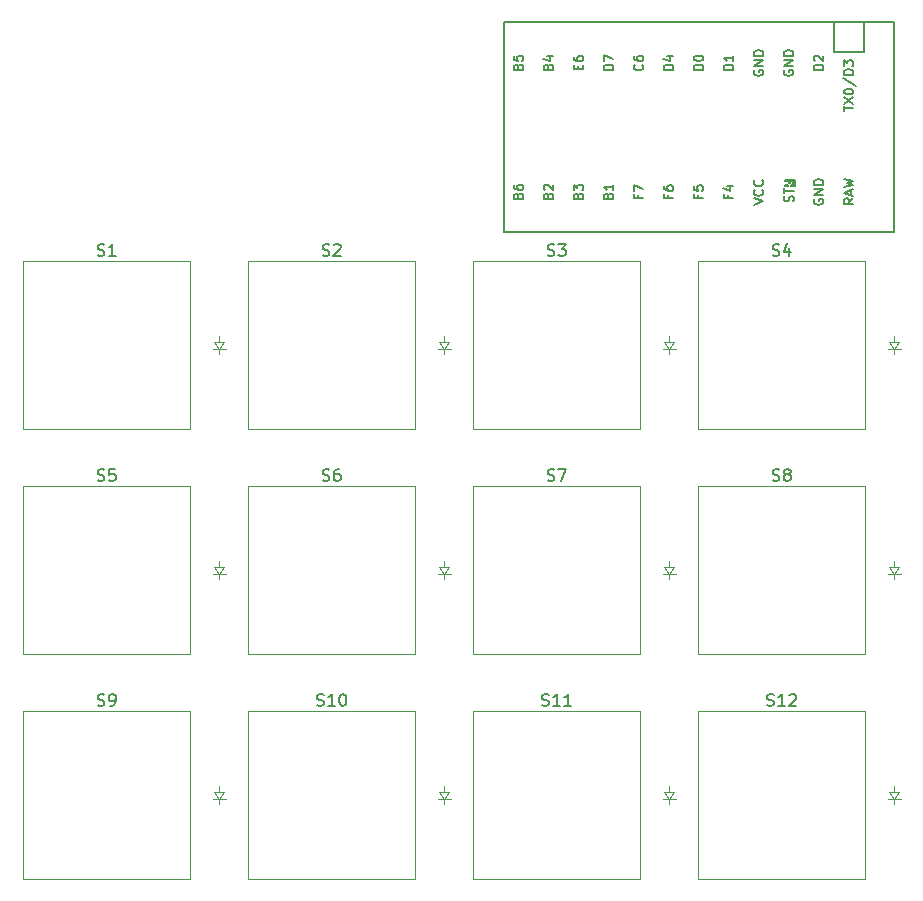
<source format=gto>
G04 #@! TF.GenerationSoftware,KiCad,Pcbnew,8.0.8*
G04 #@! TF.CreationDate,2025-02-10T09:22:13+01:00*
G04 #@! TF.ProjectId,better,62657474-6572-42e6-9b69-6361645f7063,rev?*
G04 #@! TF.SameCoordinates,Original*
G04 #@! TF.FileFunction,Legend,Top*
G04 #@! TF.FilePolarity,Positive*
%FSLAX46Y46*%
G04 Gerber Fmt 4.6, Leading zero omitted, Abs format (unit mm)*
G04 Created by KiCad (PCBNEW 8.0.8) date 2025-02-10 09:22:13*
%MOMM*%
%LPD*%
G01*
G04 APERTURE LIST*
%ADD10C,0.150000*%
%ADD11C,0.100000*%
%ADD12C,0.120000*%
%ADD13C,0.200000*%
%ADD14R,1.752600X1.752600*%
%ADD15C,1.752600*%
%ADD16R,1.600000X1.600000*%
%ADD17O,1.600000X1.600000*%
%ADD18C,1.750000*%
%ADD19C,4.000000*%
%ADD20C,2.500000*%
%ADD21R,2.000000X2.000000*%
%ADD22C,2.000000*%
%ADD23R,3.200000X2.000000*%
G04 APERTURE END LIST*
D10*
X200148095Y-52097200D02*
X200290952Y-52144819D01*
X200290952Y-52144819D02*
X200529047Y-52144819D01*
X200529047Y-52144819D02*
X200624285Y-52097200D01*
X200624285Y-52097200D02*
X200671904Y-52049580D01*
X200671904Y-52049580D02*
X200719523Y-51954342D01*
X200719523Y-51954342D02*
X200719523Y-51859104D01*
X200719523Y-51859104D02*
X200671904Y-51763866D01*
X200671904Y-51763866D02*
X200624285Y-51716247D01*
X200624285Y-51716247D02*
X200529047Y-51668628D01*
X200529047Y-51668628D02*
X200338571Y-51621009D01*
X200338571Y-51621009D02*
X200243333Y-51573390D01*
X200243333Y-51573390D02*
X200195714Y-51525771D01*
X200195714Y-51525771D02*
X200148095Y-51430533D01*
X200148095Y-51430533D02*
X200148095Y-51335295D01*
X200148095Y-51335295D02*
X200195714Y-51240057D01*
X200195714Y-51240057D02*
X200243333Y-51192438D01*
X200243333Y-51192438D02*
X200338571Y-51144819D01*
X200338571Y-51144819D02*
X200576666Y-51144819D01*
X200576666Y-51144819D02*
X200719523Y-51192438D01*
X201576666Y-51478152D02*
X201576666Y-52144819D01*
X201338571Y-51097200D02*
X201100476Y-51811485D01*
X201100476Y-51811485D02*
X201719523Y-51811485D01*
X183708247Y-47059809D02*
X183746342Y-46945523D01*
X183746342Y-46945523D02*
X183784438Y-46907428D01*
X183784438Y-46907428D02*
X183860628Y-46869332D01*
X183860628Y-46869332D02*
X183974914Y-46869332D01*
X183974914Y-46869332D02*
X184051104Y-46907428D01*
X184051104Y-46907428D02*
X184089200Y-46945523D01*
X184089200Y-46945523D02*
X184127295Y-47021713D01*
X184127295Y-47021713D02*
X184127295Y-47326475D01*
X184127295Y-47326475D02*
X183327295Y-47326475D01*
X183327295Y-47326475D02*
X183327295Y-47059809D01*
X183327295Y-47059809D02*
X183365390Y-46983618D01*
X183365390Y-46983618D02*
X183403485Y-46945523D01*
X183403485Y-46945523D02*
X183479676Y-46907428D01*
X183479676Y-46907428D02*
X183555866Y-46907428D01*
X183555866Y-46907428D02*
X183632057Y-46945523D01*
X183632057Y-46945523D02*
X183670152Y-46983618D01*
X183670152Y-46983618D02*
X183708247Y-47059809D01*
X183708247Y-47059809D02*
X183708247Y-47326475D01*
X183327295Y-46602666D02*
X183327295Y-46107428D01*
X183327295Y-46107428D02*
X183632057Y-46374094D01*
X183632057Y-46374094D02*
X183632057Y-46259809D01*
X183632057Y-46259809D02*
X183670152Y-46183618D01*
X183670152Y-46183618D02*
X183708247Y-46145523D01*
X183708247Y-46145523D02*
X183784438Y-46107428D01*
X183784438Y-46107428D02*
X183974914Y-46107428D01*
X183974914Y-46107428D02*
X184051104Y-46145523D01*
X184051104Y-46145523D02*
X184089200Y-46183618D01*
X184089200Y-46183618D02*
X184127295Y-46259809D01*
X184127295Y-46259809D02*
X184127295Y-46488380D01*
X184127295Y-46488380D02*
X184089200Y-46564571D01*
X184089200Y-46564571D02*
X184051104Y-46602666D01*
X193868247Y-47002666D02*
X193868247Y-47269332D01*
X194287295Y-47269332D02*
X193487295Y-47269332D01*
X193487295Y-47269332D02*
X193487295Y-46888380D01*
X193487295Y-46202666D02*
X193487295Y-46583618D01*
X193487295Y-46583618D02*
X193868247Y-46621714D01*
X193868247Y-46621714D02*
X193830152Y-46583618D01*
X193830152Y-46583618D02*
X193792057Y-46507428D01*
X193792057Y-46507428D02*
X193792057Y-46316952D01*
X193792057Y-46316952D02*
X193830152Y-46240761D01*
X193830152Y-46240761D02*
X193868247Y-46202666D01*
X193868247Y-46202666D02*
X193944438Y-46164571D01*
X193944438Y-46164571D02*
X194134914Y-46164571D01*
X194134914Y-46164571D02*
X194211104Y-46202666D01*
X194211104Y-46202666D02*
X194249200Y-46240761D01*
X194249200Y-46240761D02*
X194287295Y-46316952D01*
X194287295Y-46316952D02*
X194287295Y-46507428D01*
X194287295Y-46507428D02*
X194249200Y-46583618D01*
X194249200Y-46583618D02*
X194211104Y-46621714D01*
X181168247Y-36137809D02*
X181206342Y-36023523D01*
X181206342Y-36023523D02*
X181244438Y-35985428D01*
X181244438Y-35985428D02*
X181320628Y-35947332D01*
X181320628Y-35947332D02*
X181434914Y-35947332D01*
X181434914Y-35947332D02*
X181511104Y-35985428D01*
X181511104Y-35985428D02*
X181549200Y-36023523D01*
X181549200Y-36023523D02*
X181587295Y-36099713D01*
X181587295Y-36099713D02*
X181587295Y-36404475D01*
X181587295Y-36404475D02*
X180787295Y-36404475D01*
X180787295Y-36404475D02*
X180787295Y-36137809D01*
X180787295Y-36137809D02*
X180825390Y-36061618D01*
X180825390Y-36061618D02*
X180863485Y-36023523D01*
X180863485Y-36023523D02*
X180939676Y-35985428D01*
X180939676Y-35985428D02*
X181015866Y-35985428D01*
X181015866Y-35985428D02*
X181092057Y-36023523D01*
X181092057Y-36023523D02*
X181130152Y-36061618D01*
X181130152Y-36061618D02*
X181168247Y-36137809D01*
X181168247Y-36137809D02*
X181168247Y-36404475D01*
X181053961Y-35261618D02*
X181587295Y-35261618D01*
X180749200Y-35452094D02*
X181320628Y-35642571D01*
X181320628Y-35642571D02*
X181320628Y-35147332D01*
X178628247Y-36137809D02*
X178666342Y-36023523D01*
X178666342Y-36023523D02*
X178704438Y-35985428D01*
X178704438Y-35985428D02*
X178780628Y-35947332D01*
X178780628Y-35947332D02*
X178894914Y-35947332D01*
X178894914Y-35947332D02*
X178971104Y-35985428D01*
X178971104Y-35985428D02*
X179009200Y-36023523D01*
X179009200Y-36023523D02*
X179047295Y-36099713D01*
X179047295Y-36099713D02*
X179047295Y-36404475D01*
X179047295Y-36404475D02*
X178247295Y-36404475D01*
X178247295Y-36404475D02*
X178247295Y-36137809D01*
X178247295Y-36137809D02*
X178285390Y-36061618D01*
X178285390Y-36061618D02*
X178323485Y-36023523D01*
X178323485Y-36023523D02*
X178399676Y-35985428D01*
X178399676Y-35985428D02*
X178475866Y-35985428D01*
X178475866Y-35985428D02*
X178552057Y-36023523D01*
X178552057Y-36023523D02*
X178590152Y-36061618D01*
X178590152Y-36061618D02*
X178628247Y-36137809D01*
X178628247Y-36137809D02*
X178628247Y-36404475D01*
X178247295Y-35223523D02*
X178247295Y-35604475D01*
X178247295Y-35604475D02*
X178628247Y-35642571D01*
X178628247Y-35642571D02*
X178590152Y-35604475D01*
X178590152Y-35604475D02*
X178552057Y-35528285D01*
X178552057Y-35528285D02*
X178552057Y-35337809D01*
X178552057Y-35337809D02*
X178590152Y-35261618D01*
X178590152Y-35261618D02*
X178628247Y-35223523D01*
X178628247Y-35223523D02*
X178704438Y-35185428D01*
X178704438Y-35185428D02*
X178894914Y-35185428D01*
X178894914Y-35185428D02*
X178971104Y-35223523D01*
X178971104Y-35223523D02*
X179009200Y-35261618D01*
X179009200Y-35261618D02*
X179047295Y-35337809D01*
X179047295Y-35337809D02*
X179047295Y-35528285D01*
X179047295Y-35528285D02*
X179009200Y-35604475D01*
X179009200Y-35604475D02*
X178971104Y-35642571D01*
X189131104Y-35947332D02*
X189169200Y-35985428D01*
X189169200Y-35985428D02*
X189207295Y-36099713D01*
X189207295Y-36099713D02*
X189207295Y-36175904D01*
X189207295Y-36175904D02*
X189169200Y-36290190D01*
X189169200Y-36290190D02*
X189093009Y-36366380D01*
X189093009Y-36366380D02*
X189016819Y-36404475D01*
X189016819Y-36404475D02*
X188864438Y-36442571D01*
X188864438Y-36442571D02*
X188750152Y-36442571D01*
X188750152Y-36442571D02*
X188597771Y-36404475D01*
X188597771Y-36404475D02*
X188521580Y-36366380D01*
X188521580Y-36366380D02*
X188445390Y-36290190D01*
X188445390Y-36290190D02*
X188407295Y-36175904D01*
X188407295Y-36175904D02*
X188407295Y-36099713D01*
X188407295Y-36099713D02*
X188445390Y-35985428D01*
X188445390Y-35985428D02*
X188483485Y-35947332D01*
X188407295Y-35261618D02*
X188407295Y-35413999D01*
X188407295Y-35413999D02*
X188445390Y-35490190D01*
X188445390Y-35490190D02*
X188483485Y-35528285D01*
X188483485Y-35528285D02*
X188597771Y-35604475D01*
X188597771Y-35604475D02*
X188750152Y-35642571D01*
X188750152Y-35642571D02*
X189054914Y-35642571D01*
X189054914Y-35642571D02*
X189131104Y-35604475D01*
X189131104Y-35604475D02*
X189169200Y-35566380D01*
X189169200Y-35566380D02*
X189207295Y-35490190D01*
X189207295Y-35490190D02*
X189207295Y-35337809D01*
X189207295Y-35337809D02*
X189169200Y-35261618D01*
X189169200Y-35261618D02*
X189131104Y-35223523D01*
X189131104Y-35223523D02*
X189054914Y-35185428D01*
X189054914Y-35185428D02*
X188864438Y-35185428D01*
X188864438Y-35185428D02*
X188788247Y-35223523D01*
X188788247Y-35223523D02*
X188750152Y-35261618D01*
X188750152Y-35261618D02*
X188712057Y-35337809D01*
X188712057Y-35337809D02*
X188712057Y-35490190D01*
X188712057Y-35490190D02*
X188750152Y-35566380D01*
X188750152Y-35566380D02*
X188788247Y-35604475D01*
X188788247Y-35604475D02*
X188864438Y-35642571D01*
X194287295Y-36404475D02*
X193487295Y-36404475D01*
X193487295Y-36404475D02*
X193487295Y-36213999D01*
X193487295Y-36213999D02*
X193525390Y-36099713D01*
X193525390Y-36099713D02*
X193601580Y-36023523D01*
X193601580Y-36023523D02*
X193677771Y-35985428D01*
X193677771Y-35985428D02*
X193830152Y-35947332D01*
X193830152Y-35947332D02*
X193944438Y-35947332D01*
X193944438Y-35947332D02*
X194096819Y-35985428D01*
X194096819Y-35985428D02*
X194173009Y-36023523D01*
X194173009Y-36023523D02*
X194249200Y-36099713D01*
X194249200Y-36099713D02*
X194287295Y-36213999D01*
X194287295Y-36213999D02*
X194287295Y-36404475D01*
X193487295Y-35452094D02*
X193487295Y-35375904D01*
X193487295Y-35375904D02*
X193525390Y-35299713D01*
X193525390Y-35299713D02*
X193563485Y-35261618D01*
X193563485Y-35261618D02*
X193639676Y-35223523D01*
X193639676Y-35223523D02*
X193792057Y-35185428D01*
X193792057Y-35185428D02*
X193982533Y-35185428D01*
X193982533Y-35185428D02*
X194134914Y-35223523D01*
X194134914Y-35223523D02*
X194211104Y-35261618D01*
X194211104Y-35261618D02*
X194249200Y-35299713D01*
X194249200Y-35299713D02*
X194287295Y-35375904D01*
X194287295Y-35375904D02*
X194287295Y-35452094D01*
X194287295Y-35452094D02*
X194249200Y-35528285D01*
X194249200Y-35528285D02*
X194211104Y-35566380D01*
X194211104Y-35566380D02*
X194134914Y-35604475D01*
X194134914Y-35604475D02*
X193982533Y-35642571D01*
X193982533Y-35642571D02*
X193792057Y-35642571D01*
X193792057Y-35642571D02*
X193639676Y-35604475D01*
X193639676Y-35604475D02*
X193563485Y-35566380D01*
X193563485Y-35566380D02*
X193525390Y-35528285D01*
X193525390Y-35528285D02*
X193487295Y-35452094D01*
X191747295Y-36404475D02*
X190947295Y-36404475D01*
X190947295Y-36404475D02*
X190947295Y-36213999D01*
X190947295Y-36213999D02*
X190985390Y-36099713D01*
X190985390Y-36099713D02*
X191061580Y-36023523D01*
X191061580Y-36023523D02*
X191137771Y-35985428D01*
X191137771Y-35985428D02*
X191290152Y-35947332D01*
X191290152Y-35947332D02*
X191404438Y-35947332D01*
X191404438Y-35947332D02*
X191556819Y-35985428D01*
X191556819Y-35985428D02*
X191633009Y-36023523D01*
X191633009Y-36023523D02*
X191709200Y-36099713D01*
X191709200Y-36099713D02*
X191747295Y-36213999D01*
X191747295Y-36213999D02*
X191747295Y-36404475D01*
X191213961Y-35261618D02*
X191747295Y-35261618D01*
X190909200Y-35452094D02*
X191480628Y-35642571D01*
X191480628Y-35642571D02*
X191480628Y-35147332D01*
X204447295Y-36404475D02*
X203647295Y-36404475D01*
X203647295Y-36404475D02*
X203647295Y-36213999D01*
X203647295Y-36213999D02*
X203685390Y-36099713D01*
X203685390Y-36099713D02*
X203761580Y-36023523D01*
X203761580Y-36023523D02*
X203837771Y-35985428D01*
X203837771Y-35985428D02*
X203990152Y-35947332D01*
X203990152Y-35947332D02*
X204104438Y-35947332D01*
X204104438Y-35947332D02*
X204256819Y-35985428D01*
X204256819Y-35985428D02*
X204333009Y-36023523D01*
X204333009Y-36023523D02*
X204409200Y-36099713D01*
X204409200Y-36099713D02*
X204447295Y-36213999D01*
X204447295Y-36213999D02*
X204447295Y-36404475D01*
X203723485Y-35642571D02*
X203685390Y-35604475D01*
X203685390Y-35604475D02*
X203647295Y-35528285D01*
X203647295Y-35528285D02*
X203647295Y-35337809D01*
X203647295Y-35337809D02*
X203685390Y-35261618D01*
X203685390Y-35261618D02*
X203723485Y-35223523D01*
X203723485Y-35223523D02*
X203799676Y-35185428D01*
X203799676Y-35185428D02*
X203875866Y-35185428D01*
X203875866Y-35185428D02*
X203990152Y-35223523D01*
X203990152Y-35223523D02*
X204447295Y-35680666D01*
X204447295Y-35680666D02*
X204447295Y-35185428D01*
X203685390Y-47345523D02*
X203647295Y-47421713D01*
X203647295Y-47421713D02*
X203647295Y-47535999D01*
X203647295Y-47535999D02*
X203685390Y-47650285D01*
X203685390Y-47650285D02*
X203761580Y-47726475D01*
X203761580Y-47726475D02*
X203837771Y-47764570D01*
X203837771Y-47764570D02*
X203990152Y-47802666D01*
X203990152Y-47802666D02*
X204104438Y-47802666D01*
X204104438Y-47802666D02*
X204256819Y-47764570D01*
X204256819Y-47764570D02*
X204333009Y-47726475D01*
X204333009Y-47726475D02*
X204409200Y-47650285D01*
X204409200Y-47650285D02*
X204447295Y-47535999D01*
X204447295Y-47535999D02*
X204447295Y-47459808D01*
X204447295Y-47459808D02*
X204409200Y-47345523D01*
X204409200Y-47345523D02*
X204371104Y-47307427D01*
X204371104Y-47307427D02*
X204104438Y-47307427D01*
X204104438Y-47307427D02*
X204104438Y-47459808D01*
X204447295Y-46964570D02*
X203647295Y-46964570D01*
X203647295Y-46964570D02*
X204447295Y-46507427D01*
X204447295Y-46507427D02*
X203647295Y-46507427D01*
X204447295Y-46126475D02*
X203647295Y-46126475D01*
X203647295Y-46126475D02*
X203647295Y-45935999D01*
X203647295Y-45935999D02*
X203685390Y-45821713D01*
X203685390Y-45821713D02*
X203761580Y-45745523D01*
X203761580Y-45745523D02*
X203837771Y-45707428D01*
X203837771Y-45707428D02*
X203990152Y-45669332D01*
X203990152Y-45669332D02*
X204104438Y-45669332D01*
X204104438Y-45669332D02*
X204256819Y-45707428D01*
X204256819Y-45707428D02*
X204333009Y-45745523D01*
X204333009Y-45745523D02*
X204409200Y-45821713D01*
X204409200Y-45821713D02*
X204447295Y-45935999D01*
X204447295Y-45935999D02*
X204447295Y-46126475D01*
X178628247Y-47059809D02*
X178666342Y-46945523D01*
X178666342Y-46945523D02*
X178704438Y-46907428D01*
X178704438Y-46907428D02*
X178780628Y-46869332D01*
X178780628Y-46869332D02*
X178894914Y-46869332D01*
X178894914Y-46869332D02*
X178971104Y-46907428D01*
X178971104Y-46907428D02*
X179009200Y-46945523D01*
X179009200Y-46945523D02*
X179047295Y-47021713D01*
X179047295Y-47021713D02*
X179047295Y-47326475D01*
X179047295Y-47326475D02*
X178247295Y-47326475D01*
X178247295Y-47326475D02*
X178247295Y-47059809D01*
X178247295Y-47059809D02*
X178285390Y-46983618D01*
X178285390Y-46983618D02*
X178323485Y-46945523D01*
X178323485Y-46945523D02*
X178399676Y-46907428D01*
X178399676Y-46907428D02*
X178475866Y-46907428D01*
X178475866Y-46907428D02*
X178552057Y-46945523D01*
X178552057Y-46945523D02*
X178590152Y-46983618D01*
X178590152Y-46983618D02*
X178628247Y-47059809D01*
X178628247Y-47059809D02*
X178628247Y-47326475D01*
X178247295Y-46183618D02*
X178247295Y-46335999D01*
X178247295Y-46335999D02*
X178285390Y-46412190D01*
X178285390Y-46412190D02*
X178323485Y-46450285D01*
X178323485Y-46450285D02*
X178437771Y-46526475D01*
X178437771Y-46526475D02*
X178590152Y-46564571D01*
X178590152Y-46564571D02*
X178894914Y-46564571D01*
X178894914Y-46564571D02*
X178971104Y-46526475D01*
X178971104Y-46526475D02*
X179009200Y-46488380D01*
X179009200Y-46488380D02*
X179047295Y-46412190D01*
X179047295Y-46412190D02*
X179047295Y-46259809D01*
X179047295Y-46259809D02*
X179009200Y-46183618D01*
X179009200Y-46183618D02*
X178971104Y-46145523D01*
X178971104Y-46145523D02*
X178894914Y-46107428D01*
X178894914Y-46107428D02*
X178704438Y-46107428D01*
X178704438Y-46107428D02*
X178628247Y-46145523D01*
X178628247Y-46145523D02*
X178590152Y-46183618D01*
X178590152Y-46183618D02*
X178552057Y-46259809D01*
X178552057Y-46259809D02*
X178552057Y-46412190D01*
X178552057Y-46412190D02*
X178590152Y-46488380D01*
X178590152Y-46488380D02*
X178628247Y-46526475D01*
X178628247Y-46526475D02*
X178704438Y-46564571D01*
X206987295Y-47288380D02*
X206606342Y-47555047D01*
X206987295Y-47745523D02*
X206187295Y-47745523D01*
X206187295Y-47745523D02*
X206187295Y-47440761D01*
X206187295Y-47440761D02*
X206225390Y-47364571D01*
X206225390Y-47364571D02*
X206263485Y-47326476D01*
X206263485Y-47326476D02*
X206339676Y-47288380D01*
X206339676Y-47288380D02*
X206453961Y-47288380D01*
X206453961Y-47288380D02*
X206530152Y-47326476D01*
X206530152Y-47326476D02*
X206568247Y-47364571D01*
X206568247Y-47364571D02*
X206606342Y-47440761D01*
X206606342Y-47440761D02*
X206606342Y-47745523D01*
X206758723Y-46983619D02*
X206758723Y-46602666D01*
X206987295Y-47059809D02*
X206187295Y-46793142D01*
X206187295Y-46793142D02*
X206987295Y-46526476D01*
X206187295Y-46336000D02*
X206987295Y-46145524D01*
X206987295Y-46145524D02*
X206415866Y-45993143D01*
X206415866Y-45993143D02*
X206987295Y-45840762D01*
X206987295Y-45840762D02*
X206187295Y-45650286D01*
X181168247Y-47059809D02*
X181206342Y-46945523D01*
X181206342Y-46945523D02*
X181244438Y-46907428D01*
X181244438Y-46907428D02*
X181320628Y-46869332D01*
X181320628Y-46869332D02*
X181434914Y-46869332D01*
X181434914Y-46869332D02*
X181511104Y-46907428D01*
X181511104Y-46907428D02*
X181549200Y-46945523D01*
X181549200Y-46945523D02*
X181587295Y-47021713D01*
X181587295Y-47021713D02*
X181587295Y-47326475D01*
X181587295Y-47326475D02*
X180787295Y-47326475D01*
X180787295Y-47326475D02*
X180787295Y-47059809D01*
X180787295Y-47059809D02*
X180825390Y-46983618D01*
X180825390Y-46983618D02*
X180863485Y-46945523D01*
X180863485Y-46945523D02*
X180939676Y-46907428D01*
X180939676Y-46907428D02*
X181015866Y-46907428D01*
X181015866Y-46907428D02*
X181092057Y-46945523D01*
X181092057Y-46945523D02*
X181130152Y-46983618D01*
X181130152Y-46983618D02*
X181168247Y-47059809D01*
X181168247Y-47059809D02*
X181168247Y-47326475D01*
X180863485Y-46564571D02*
X180825390Y-46526475D01*
X180825390Y-46526475D02*
X180787295Y-46450285D01*
X180787295Y-46450285D02*
X180787295Y-46259809D01*
X180787295Y-46259809D02*
X180825390Y-46183618D01*
X180825390Y-46183618D02*
X180863485Y-46145523D01*
X180863485Y-46145523D02*
X180939676Y-46107428D01*
X180939676Y-46107428D02*
X181015866Y-46107428D01*
X181015866Y-46107428D02*
X181130152Y-46145523D01*
X181130152Y-46145523D02*
X181587295Y-46602666D01*
X181587295Y-46602666D02*
X181587295Y-46107428D01*
X183708247Y-36366380D02*
X183708247Y-36099714D01*
X184127295Y-35985428D02*
X184127295Y-36366380D01*
X184127295Y-36366380D02*
X183327295Y-36366380D01*
X183327295Y-36366380D02*
X183327295Y-35985428D01*
X183327295Y-35299713D02*
X183327295Y-35452094D01*
X183327295Y-35452094D02*
X183365390Y-35528285D01*
X183365390Y-35528285D02*
X183403485Y-35566380D01*
X183403485Y-35566380D02*
X183517771Y-35642570D01*
X183517771Y-35642570D02*
X183670152Y-35680666D01*
X183670152Y-35680666D02*
X183974914Y-35680666D01*
X183974914Y-35680666D02*
X184051104Y-35642570D01*
X184051104Y-35642570D02*
X184089200Y-35604475D01*
X184089200Y-35604475D02*
X184127295Y-35528285D01*
X184127295Y-35528285D02*
X184127295Y-35375904D01*
X184127295Y-35375904D02*
X184089200Y-35299713D01*
X184089200Y-35299713D02*
X184051104Y-35261618D01*
X184051104Y-35261618D02*
X183974914Y-35223523D01*
X183974914Y-35223523D02*
X183784438Y-35223523D01*
X183784438Y-35223523D02*
X183708247Y-35261618D01*
X183708247Y-35261618D02*
X183670152Y-35299713D01*
X183670152Y-35299713D02*
X183632057Y-35375904D01*
X183632057Y-35375904D02*
X183632057Y-35528285D01*
X183632057Y-35528285D02*
X183670152Y-35604475D01*
X183670152Y-35604475D02*
X183708247Y-35642570D01*
X183708247Y-35642570D02*
X183784438Y-35680666D01*
X206187295Y-39893604D02*
X206187295Y-39436461D01*
X206987295Y-39665033D02*
X206187295Y-39665033D01*
X206187295Y-39245985D02*
X206987295Y-38712651D01*
X206187295Y-38712651D02*
X206987295Y-39245985D01*
X206187295Y-38255508D02*
X206187295Y-38179318D01*
X206187295Y-38179318D02*
X206225390Y-38103127D01*
X206225390Y-38103127D02*
X206263485Y-38065032D01*
X206263485Y-38065032D02*
X206339676Y-38026937D01*
X206339676Y-38026937D02*
X206492057Y-37988842D01*
X206492057Y-37988842D02*
X206682533Y-37988842D01*
X206682533Y-37988842D02*
X206834914Y-38026937D01*
X206834914Y-38026937D02*
X206911104Y-38065032D01*
X206911104Y-38065032D02*
X206949200Y-38103127D01*
X206949200Y-38103127D02*
X206987295Y-38179318D01*
X206987295Y-38179318D02*
X206987295Y-38255508D01*
X206987295Y-38255508D02*
X206949200Y-38331699D01*
X206949200Y-38331699D02*
X206911104Y-38369794D01*
X206911104Y-38369794D02*
X206834914Y-38407889D01*
X206834914Y-38407889D02*
X206682533Y-38445985D01*
X206682533Y-38445985D02*
X206492057Y-38445985D01*
X206492057Y-38445985D02*
X206339676Y-38407889D01*
X206339676Y-38407889D02*
X206263485Y-38369794D01*
X206263485Y-38369794D02*
X206225390Y-38331699D01*
X206225390Y-38331699D02*
X206187295Y-38255508D01*
X206149200Y-37074556D02*
X207177771Y-37760270D01*
X206987295Y-36807889D02*
X206187295Y-36807889D01*
X206187295Y-36807889D02*
X206187295Y-36617413D01*
X206187295Y-36617413D02*
X206225390Y-36503127D01*
X206225390Y-36503127D02*
X206301580Y-36426937D01*
X206301580Y-36426937D02*
X206377771Y-36388842D01*
X206377771Y-36388842D02*
X206530152Y-36350746D01*
X206530152Y-36350746D02*
X206644438Y-36350746D01*
X206644438Y-36350746D02*
X206796819Y-36388842D01*
X206796819Y-36388842D02*
X206873009Y-36426937D01*
X206873009Y-36426937D02*
X206949200Y-36503127D01*
X206949200Y-36503127D02*
X206987295Y-36617413D01*
X206987295Y-36617413D02*
X206987295Y-36807889D01*
X206187295Y-36084080D02*
X206187295Y-35588842D01*
X206187295Y-35588842D02*
X206492057Y-35855508D01*
X206492057Y-35855508D02*
X206492057Y-35741223D01*
X206492057Y-35741223D02*
X206530152Y-35665032D01*
X206530152Y-35665032D02*
X206568247Y-35626937D01*
X206568247Y-35626937D02*
X206644438Y-35588842D01*
X206644438Y-35588842D02*
X206834914Y-35588842D01*
X206834914Y-35588842D02*
X206911104Y-35626937D01*
X206911104Y-35626937D02*
X206949200Y-35665032D01*
X206949200Y-35665032D02*
X206987295Y-35741223D01*
X206987295Y-35741223D02*
X206987295Y-35969794D01*
X206987295Y-35969794D02*
X206949200Y-36045985D01*
X206949200Y-36045985D02*
X206911104Y-36084080D01*
X188788247Y-47002666D02*
X188788247Y-47269332D01*
X189207295Y-47269332D02*
X188407295Y-47269332D01*
X188407295Y-47269332D02*
X188407295Y-46888380D01*
X188407295Y-46659809D02*
X188407295Y-46126475D01*
X188407295Y-46126475D02*
X189207295Y-46469333D01*
X196408247Y-47002666D02*
X196408247Y-47269332D01*
X196827295Y-47269332D02*
X196027295Y-47269332D01*
X196027295Y-47269332D02*
X196027295Y-46888380D01*
X196293961Y-46240761D02*
X196827295Y-46240761D01*
X195989200Y-46431237D02*
X196560628Y-46621714D01*
X196560628Y-46621714D02*
X196560628Y-46126475D01*
X201899200Y-47541453D02*
X201937295Y-47427167D01*
X201937295Y-47427167D02*
X201937295Y-47236691D01*
X201937295Y-47236691D02*
X201899200Y-47160500D01*
X201899200Y-47160500D02*
X201861104Y-47122405D01*
X201861104Y-47122405D02*
X201784914Y-47084310D01*
X201784914Y-47084310D02*
X201708723Y-47084310D01*
X201708723Y-47084310D02*
X201632533Y-47122405D01*
X201632533Y-47122405D02*
X201594438Y-47160500D01*
X201594438Y-47160500D02*
X201556342Y-47236691D01*
X201556342Y-47236691D02*
X201518247Y-47389072D01*
X201518247Y-47389072D02*
X201480152Y-47465262D01*
X201480152Y-47465262D02*
X201442057Y-47503357D01*
X201442057Y-47503357D02*
X201365866Y-47541453D01*
X201365866Y-47541453D02*
X201289676Y-47541453D01*
X201289676Y-47541453D02*
X201213485Y-47503357D01*
X201213485Y-47503357D02*
X201175390Y-47465262D01*
X201175390Y-47465262D02*
X201137295Y-47389072D01*
X201137295Y-47389072D02*
X201137295Y-47198595D01*
X201137295Y-47198595D02*
X201175390Y-47084310D01*
X201137295Y-46855738D02*
X201137295Y-46398595D01*
X201937295Y-46627167D02*
X201137295Y-46627167D01*
X191328247Y-47002666D02*
X191328247Y-47269332D01*
X191747295Y-47269332D02*
X190947295Y-47269332D01*
X190947295Y-47269332D02*
X190947295Y-46888380D01*
X190947295Y-46240761D02*
X190947295Y-46393142D01*
X190947295Y-46393142D02*
X190985390Y-46469333D01*
X190985390Y-46469333D02*
X191023485Y-46507428D01*
X191023485Y-46507428D02*
X191137771Y-46583618D01*
X191137771Y-46583618D02*
X191290152Y-46621714D01*
X191290152Y-46621714D02*
X191594914Y-46621714D01*
X191594914Y-46621714D02*
X191671104Y-46583618D01*
X191671104Y-46583618D02*
X191709200Y-46545523D01*
X191709200Y-46545523D02*
X191747295Y-46469333D01*
X191747295Y-46469333D02*
X191747295Y-46316952D01*
X191747295Y-46316952D02*
X191709200Y-46240761D01*
X191709200Y-46240761D02*
X191671104Y-46202666D01*
X191671104Y-46202666D02*
X191594914Y-46164571D01*
X191594914Y-46164571D02*
X191404438Y-46164571D01*
X191404438Y-46164571D02*
X191328247Y-46202666D01*
X191328247Y-46202666D02*
X191290152Y-46240761D01*
X191290152Y-46240761D02*
X191252057Y-46316952D01*
X191252057Y-46316952D02*
X191252057Y-46469333D01*
X191252057Y-46469333D02*
X191290152Y-46545523D01*
X191290152Y-46545523D02*
X191328247Y-46583618D01*
X191328247Y-46583618D02*
X191404438Y-46621714D01*
X198605390Y-36423523D02*
X198567295Y-36499713D01*
X198567295Y-36499713D02*
X198567295Y-36613999D01*
X198567295Y-36613999D02*
X198605390Y-36728285D01*
X198605390Y-36728285D02*
X198681580Y-36804475D01*
X198681580Y-36804475D02*
X198757771Y-36842570D01*
X198757771Y-36842570D02*
X198910152Y-36880666D01*
X198910152Y-36880666D02*
X199024438Y-36880666D01*
X199024438Y-36880666D02*
X199176819Y-36842570D01*
X199176819Y-36842570D02*
X199253009Y-36804475D01*
X199253009Y-36804475D02*
X199329200Y-36728285D01*
X199329200Y-36728285D02*
X199367295Y-36613999D01*
X199367295Y-36613999D02*
X199367295Y-36537808D01*
X199367295Y-36537808D02*
X199329200Y-36423523D01*
X199329200Y-36423523D02*
X199291104Y-36385427D01*
X199291104Y-36385427D02*
X199024438Y-36385427D01*
X199024438Y-36385427D02*
X199024438Y-36537808D01*
X199367295Y-36042570D02*
X198567295Y-36042570D01*
X198567295Y-36042570D02*
X199367295Y-35585427D01*
X199367295Y-35585427D02*
X198567295Y-35585427D01*
X199367295Y-35204475D02*
X198567295Y-35204475D01*
X198567295Y-35204475D02*
X198567295Y-35013999D01*
X198567295Y-35013999D02*
X198605390Y-34899713D01*
X198605390Y-34899713D02*
X198681580Y-34823523D01*
X198681580Y-34823523D02*
X198757771Y-34785428D01*
X198757771Y-34785428D02*
X198910152Y-34747332D01*
X198910152Y-34747332D02*
X199024438Y-34747332D01*
X199024438Y-34747332D02*
X199176819Y-34785428D01*
X199176819Y-34785428D02*
X199253009Y-34823523D01*
X199253009Y-34823523D02*
X199329200Y-34899713D01*
X199329200Y-34899713D02*
X199367295Y-35013999D01*
X199367295Y-35013999D02*
X199367295Y-35204475D01*
X198567295Y-47802666D02*
X199367295Y-47535999D01*
X199367295Y-47535999D02*
X198567295Y-47269333D01*
X199291104Y-46545523D02*
X199329200Y-46583619D01*
X199329200Y-46583619D02*
X199367295Y-46697904D01*
X199367295Y-46697904D02*
X199367295Y-46774095D01*
X199367295Y-46774095D02*
X199329200Y-46888381D01*
X199329200Y-46888381D02*
X199253009Y-46964571D01*
X199253009Y-46964571D02*
X199176819Y-47002666D01*
X199176819Y-47002666D02*
X199024438Y-47040762D01*
X199024438Y-47040762D02*
X198910152Y-47040762D01*
X198910152Y-47040762D02*
X198757771Y-47002666D01*
X198757771Y-47002666D02*
X198681580Y-46964571D01*
X198681580Y-46964571D02*
X198605390Y-46888381D01*
X198605390Y-46888381D02*
X198567295Y-46774095D01*
X198567295Y-46774095D02*
X198567295Y-46697904D01*
X198567295Y-46697904D02*
X198605390Y-46583619D01*
X198605390Y-46583619D02*
X198643485Y-46545523D01*
X199291104Y-45745523D02*
X199329200Y-45783619D01*
X199329200Y-45783619D02*
X199367295Y-45897904D01*
X199367295Y-45897904D02*
X199367295Y-45974095D01*
X199367295Y-45974095D02*
X199329200Y-46088381D01*
X199329200Y-46088381D02*
X199253009Y-46164571D01*
X199253009Y-46164571D02*
X199176819Y-46202666D01*
X199176819Y-46202666D02*
X199024438Y-46240762D01*
X199024438Y-46240762D02*
X198910152Y-46240762D01*
X198910152Y-46240762D02*
X198757771Y-46202666D01*
X198757771Y-46202666D02*
X198681580Y-46164571D01*
X198681580Y-46164571D02*
X198605390Y-46088381D01*
X198605390Y-46088381D02*
X198567295Y-45974095D01*
X198567295Y-45974095D02*
X198567295Y-45897904D01*
X198567295Y-45897904D02*
X198605390Y-45783619D01*
X198605390Y-45783619D02*
X198643485Y-45745523D01*
X196827295Y-36404475D02*
X196027295Y-36404475D01*
X196027295Y-36404475D02*
X196027295Y-36213999D01*
X196027295Y-36213999D02*
X196065390Y-36099713D01*
X196065390Y-36099713D02*
X196141580Y-36023523D01*
X196141580Y-36023523D02*
X196217771Y-35985428D01*
X196217771Y-35985428D02*
X196370152Y-35947332D01*
X196370152Y-35947332D02*
X196484438Y-35947332D01*
X196484438Y-35947332D02*
X196636819Y-35985428D01*
X196636819Y-35985428D02*
X196713009Y-36023523D01*
X196713009Y-36023523D02*
X196789200Y-36099713D01*
X196789200Y-36099713D02*
X196827295Y-36213999D01*
X196827295Y-36213999D02*
X196827295Y-36404475D01*
X196827295Y-35185428D02*
X196827295Y-35642571D01*
X196827295Y-35413999D02*
X196027295Y-35413999D01*
X196027295Y-35413999D02*
X196141580Y-35490190D01*
X196141580Y-35490190D02*
X196217771Y-35566380D01*
X196217771Y-35566380D02*
X196255866Y-35642571D01*
X201145390Y-36423523D02*
X201107295Y-36499713D01*
X201107295Y-36499713D02*
X201107295Y-36613999D01*
X201107295Y-36613999D02*
X201145390Y-36728285D01*
X201145390Y-36728285D02*
X201221580Y-36804475D01*
X201221580Y-36804475D02*
X201297771Y-36842570D01*
X201297771Y-36842570D02*
X201450152Y-36880666D01*
X201450152Y-36880666D02*
X201564438Y-36880666D01*
X201564438Y-36880666D02*
X201716819Y-36842570D01*
X201716819Y-36842570D02*
X201793009Y-36804475D01*
X201793009Y-36804475D02*
X201869200Y-36728285D01*
X201869200Y-36728285D02*
X201907295Y-36613999D01*
X201907295Y-36613999D02*
X201907295Y-36537808D01*
X201907295Y-36537808D02*
X201869200Y-36423523D01*
X201869200Y-36423523D02*
X201831104Y-36385427D01*
X201831104Y-36385427D02*
X201564438Y-36385427D01*
X201564438Y-36385427D02*
X201564438Y-36537808D01*
X201907295Y-36042570D02*
X201107295Y-36042570D01*
X201107295Y-36042570D02*
X201907295Y-35585427D01*
X201907295Y-35585427D02*
X201107295Y-35585427D01*
X201907295Y-35204475D02*
X201107295Y-35204475D01*
X201107295Y-35204475D02*
X201107295Y-35013999D01*
X201107295Y-35013999D02*
X201145390Y-34899713D01*
X201145390Y-34899713D02*
X201221580Y-34823523D01*
X201221580Y-34823523D02*
X201297771Y-34785428D01*
X201297771Y-34785428D02*
X201450152Y-34747332D01*
X201450152Y-34747332D02*
X201564438Y-34747332D01*
X201564438Y-34747332D02*
X201716819Y-34785428D01*
X201716819Y-34785428D02*
X201793009Y-34823523D01*
X201793009Y-34823523D02*
X201869200Y-34899713D01*
X201869200Y-34899713D02*
X201907295Y-35013999D01*
X201907295Y-35013999D02*
X201907295Y-35204475D01*
X186248247Y-47059809D02*
X186286342Y-46945523D01*
X186286342Y-46945523D02*
X186324438Y-46907428D01*
X186324438Y-46907428D02*
X186400628Y-46869332D01*
X186400628Y-46869332D02*
X186514914Y-46869332D01*
X186514914Y-46869332D02*
X186591104Y-46907428D01*
X186591104Y-46907428D02*
X186629200Y-46945523D01*
X186629200Y-46945523D02*
X186667295Y-47021713D01*
X186667295Y-47021713D02*
X186667295Y-47326475D01*
X186667295Y-47326475D02*
X185867295Y-47326475D01*
X185867295Y-47326475D02*
X185867295Y-47059809D01*
X185867295Y-47059809D02*
X185905390Y-46983618D01*
X185905390Y-46983618D02*
X185943485Y-46945523D01*
X185943485Y-46945523D02*
X186019676Y-46907428D01*
X186019676Y-46907428D02*
X186095866Y-46907428D01*
X186095866Y-46907428D02*
X186172057Y-46945523D01*
X186172057Y-46945523D02*
X186210152Y-46983618D01*
X186210152Y-46983618D02*
X186248247Y-47059809D01*
X186248247Y-47059809D02*
X186248247Y-47326475D01*
X186667295Y-46107428D02*
X186667295Y-46564571D01*
X186667295Y-46335999D02*
X185867295Y-46335999D01*
X185867295Y-46335999D02*
X185981580Y-46412190D01*
X185981580Y-46412190D02*
X186057771Y-46488380D01*
X186057771Y-46488380D02*
X186095866Y-46564571D01*
X186667295Y-36404475D02*
X185867295Y-36404475D01*
X185867295Y-36404475D02*
X185867295Y-36213999D01*
X185867295Y-36213999D02*
X185905390Y-36099713D01*
X185905390Y-36099713D02*
X185981580Y-36023523D01*
X185981580Y-36023523D02*
X186057771Y-35985428D01*
X186057771Y-35985428D02*
X186210152Y-35947332D01*
X186210152Y-35947332D02*
X186324438Y-35947332D01*
X186324438Y-35947332D02*
X186476819Y-35985428D01*
X186476819Y-35985428D02*
X186553009Y-36023523D01*
X186553009Y-36023523D02*
X186629200Y-36099713D01*
X186629200Y-36099713D02*
X186667295Y-36213999D01*
X186667295Y-36213999D02*
X186667295Y-36404475D01*
X185867295Y-35680666D02*
X185867295Y-35147332D01*
X185867295Y-35147332D02*
X186667295Y-35490190D01*
X142998095Y-90197200D02*
X143140952Y-90244819D01*
X143140952Y-90244819D02*
X143379047Y-90244819D01*
X143379047Y-90244819D02*
X143474285Y-90197200D01*
X143474285Y-90197200D02*
X143521904Y-90149580D01*
X143521904Y-90149580D02*
X143569523Y-90054342D01*
X143569523Y-90054342D02*
X143569523Y-89959104D01*
X143569523Y-89959104D02*
X143521904Y-89863866D01*
X143521904Y-89863866D02*
X143474285Y-89816247D01*
X143474285Y-89816247D02*
X143379047Y-89768628D01*
X143379047Y-89768628D02*
X143188571Y-89721009D01*
X143188571Y-89721009D02*
X143093333Y-89673390D01*
X143093333Y-89673390D02*
X143045714Y-89625771D01*
X143045714Y-89625771D02*
X142998095Y-89530533D01*
X142998095Y-89530533D02*
X142998095Y-89435295D01*
X142998095Y-89435295D02*
X143045714Y-89340057D01*
X143045714Y-89340057D02*
X143093333Y-89292438D01*
X143093333Y-89292438D02*
X143188571Y-89244819D01*
X143188571Y-89244819D02*
X143426666Y-89244819D01*
X143426666Y-89244819D02*
X143569523Y-89292438D01*
X144045714Y-90244819D02*
X144236190Y-90244819D01*
X144236190Y-90244819D02*
X144331428Y-90197200D01*
X144331428Y-90197200D02*
X144379047Y-90149580D01*
X144379047Y-90149580D02*
X144474285Y-90006723D01*
X144474285Y-90006723D02*
X144521904Y-89816247D01*
X144521904Y-89816247D02*
X144521904Y-89435295D01*
X144521904Y-89435295D02*
X144474285Y-89340057D01*
X144474285Y-89340057D02*
X144426666Y-89292438D01*
X144426666Y-89292438D02*
X144331428Y-89244819D01*
X144331428Y-89244819D02*
X144140952Y-89244819D01*
X144140952Y-89244819D02*
X144045714Y-89292438D01*
X144045714Y-89292438D02*
X143998095Y-89340057D01*
X143998095Y-89340057D02*
X143950476Y-89435295D01*
X143950476Y-89435295D02*
X143950476Y-89673390D01*
X143950476Y-89673390D02*
X143998095Y-89768628D01*
X143998095Y-89768628D02*
X144045714Y-89816247D01*
X144045714Y-89816247D02*
X144140952Y-89863866D01*
X144140952Y-89863866D02*
X144331428Y-89863866D01*
X144331428Y-89863866D02*
X144426666Y-89816247D01*
X144426666Y-89816247D02*
X144474285Y-89768628D01*
X144474285Y-89768628D02*
X144521904Y-89673390D01*
X162048095Y-52097200D02*
X162190952Y-52144819D01*
X162190952Y-52144819D02*
X162429047Y-52144819D01*
X162429047Y-52144819D02*
X162524285Y-52097200D01*
X162524285Y-52097200D02*
X162571904Y-52049580D01*
X162571904Y-52049580D02*
X162619523Y-51954342D01*
X162619523Y-51954342D02*
X162619523Y-51859104D01*
X162619523Y-51859104D02*
X162571904Y-51763866D01*
X162571904Y-51763866D02*
X162524285Y-51716247D01*
X162524285Y-51716247D02*
X162429047Y-51668628D01*
X162429047Y-51668628D02*
X162238571Y-51621009D01*
X162238571Y-51621009D02*
X162143333Y-51573390D01*
X162143333Y-51573390D02*
X162095714Y-51525771D01*
X162095714Y-51525771D02*
X162048095Y-51430533D01*
X162048095Y-51430533D02*
X162048095Y-51335295D01*
X162048095Y-51335295D02*
X162095714Y-51240057D01*
X162095714Y-51240057D02*
X162143333Y-51192438D01*
X162143333Y-51192438D02*
X162238571Y-51144819D01*
X162238571Y-51144819D02*
X162476666Y-51144819D01*
X162476666Y-51144819D02*
X162619523Y-51192438D01*
X163000476Y-51240057D02*
X163048095Y-51192438D01*
X163048095Y-51192438D02*
X163143333Y-51144819D01*
X163143333Y-51144819D02*
X163381428Y-51144819D01*
X163381428Y-51144819D02*
X163476666Y-51192438D01*
X163476666Y-51192438D02*
X163524285Y-51240057D01*
X163524285Y-51240057D02*
X163571904Y-51335295D01*
X163571904Y-51335295D02*
X163571904Y-51430533D01*
X163571904Y-51430533D02*
X163524285Y-51573390D01*
X163524285Y-51573390D02*
X162952857Y-52144819D01*
X162952857Y-52144819D02*
X163571904Y-52144819D01*
X161571905Y-90197200D02*
X161714762Y-90244819D01*
X161714762Y-90244819D02*
X161952857Y-90244819D01*
X161952857Y-90244819D02*
X162048095Y-90197200D01*
X162048095Y-90197200D02*
X162095714Y-90149580D01*
X162095714Y-90149580D02*
X162143333Y-90054342D01*
X162143333Y-90054342D02*
X162143333Y-89959104D01*
X162143333Y-89959104D02*
X162095714Y-89863866D01*
X162095714Y-89863866D02*
X162048095Y-89816247D01*
X162048095Y-89816247D02*
X161952857Y-89768628D01*
X161952857Y-89768628D02*
X161762381Y-89721009D01*
X161762381Y-89721009D02*
X161667143Y-89673390D01*
X161667143Y-89673390D02*
X161619524Y-89625771D01*
X161619524Y-89625771D02*
X161571905Y-89530533D01*
X161571905Y-89530533D02*
X161571905Y-89435295D01*
X161571905Y-89435295D02*
X161619524Y-89340057D01*
X161619524Y-89340057D02*
X161667143Y-89292438D01*
X161667143Y-89292438D02*
X161762381Y-89244819D01*
X161762381Y-89244819D02*
X162000476Y-89244819D01*
X162000476Y-89244819D02*
X162143333Y-89292438D01*
X163095714Y-90244819D02*
X162524286Y-90244819D01*
X162810000Y-90244819D02*
X162810000Y-89244819D01*
X162810000Y-89244819D02*
X162714762Y-89387676D01*
X162714762Y-89387676D02*
X162619524Y-89482914D01*
X162619524Y-89482914D02*
X162524286Y-89530533D01*
X163714762Y-89244819D02*
X163810000Y-89244819D01*
X163810000Y-89244819D02*
X163905238Y-89292438D01*
X163905238Y-89292438D02*
X163952857Y-89340057D01*
X163952857Y-89340057D02*
X164000476Y-89435295D01*
X164000476Y-89435295D02*
X164048095Y-89625771D01*
X164048095Y-89625771D02*
X164048095Y-89863866D01*
X164048095Y-89863866D02*
X164000476Y-90054342D01*
X164000476Y-90054342D02*
X163952857Y-90149580D01*
X163952857Y-90149580D02*
X163905238Y-90197200D01*
X163905238Y-90197200D02*
X163810000Y-90244819D01*
X163810000Y-90244819D02*
X163714762Y-90244819D01*
X163714762Y-90244819D02*
X163619524Y-90197200D01*
X163619524Y-90197200D02*
X163571905Y-90149580D01*
X163571905Y-90149580D02*
X163524286Y-90054342D01*
X163524286Y-90054342D02*
X163476667Y-89863866D01*
X163476667Y-89863866D02*
X163476667Y-89625771D01*
X163476667Y-89625771D02*
X163524286Y-89435295D01*
X163524286Y-89435295D02*
X163571905Y-89340057D01*
X163571905Y-89340057D02*
X163619524Y-89292438D01*
X163619524Y-89292438D02*
X163714762Y-89244819D01*
X142998095Y-52097200D02*
X143140952Y-52144819D01*
X143140952Y-52144819D02*
X143379047Y-52144819D01*
X143379047Y-52144819D02*
X143474285Y-52097200D01*
X143474285Y-52097200D02*
X143521904Y-52049580D01*
X143521904Y-52049580D02*
X143569523Y-51954342D01*
X143569523Y-51954342D02*
X143569523Y-51859104D01*
X143569523Y-51859104D02*
X143521904Y-51763866D01*
X143521904Y-51763866D02*
X143474285Y-51716247D01*
X143474285Y-51716247D02*
X143379047Y-51668628D01*
X143379047Y-51668628D02*
X143188571Y-51621009D01*
X143188571Y-51621009D02*
X143093333Y-51573390D01*
X143093333Y-51573390D02*
X143045714Y-51525771D01*
X143045714Y-51525771D02*
X142998095Y-51430533D01*
X142998095Y-51430533D02*
X142998095Y-51335295D01*
X142998095Y-51335295D02*
X143045714Y-51240057D01*
X143045714Y-51240057D02*
X143093333Y-51192438D01*
X143093333Y-51192438D02*
X143188571Y-51144819D01*
X143188571Y-51144819D02*
X143426666Y-51144819D01*
X143426666Y-51144819D02*
X143569523Y-51192438D01*
X144521904Y-52144819D02*
X143950476Y-52144819D01*
X144236190Y-52144819D02*
X144236190Y-51144819D01*
X144236190Y-51144819D02*
X144140952Y-51287676D01*
X144140952Y-51287676D02*
X144045714Y-51382914D01*
X144045714Y-51382914D02*
X143950476Y-51430533D01*
X181098095Y-52097200D02*
X181240952Y-52144819D01*
X181240952Y-52144819D02*
X181479047Y-52144819D01*
X181479047Y-52144819D02*
X181574285Y-52097200D01*
X181574285Y-52097200D02*
X181621904Y-52049580D01*
X181621904Y-52049580D02*
X181669523Y-51954342D01*
X181669523Y-51954342D02*
X181669523Y-51859104D01*
X181669523Y-51859104D02*
X181621904Y-51763866D01*
X181621904Y-51763866D02*
X181574285Y-51716247D01*
X181574285Y-51716247D02*
X181479047Y-51668628D01*
X181479047Y-51668628D02*
X181288571Y-51621009D01*
X181288571Y-51621009D02*
X181193333Y-51573390D01*
X181193333Y-51573390D02*
X181145714Y-51525771D01*
X181145714Y-51525771D02*
X181098095Y-51430533D01*
X181098095Y-51430533D02*
X181098095Y-51335295D01*
X181098095Y-51335295D02*
X181145714Y-51240057D01*
X181145714Y-51240057D02*
X181193333Y-51192438D01*
X181193333Y-51192438D02*
X181288571Y-51144819D01*
X181288571Y-51144819D02*
X181526666Y-51144819D01*
X181526666Y-51144819D02*
X181669523Y-51192438D01*
X182002857Y-51144819D02*
X182621904Y-51144819D01*
X182621904Y-51144819D02*
X182288571Y-51525771D01*
X182288571Y-51525771D02*
X182431428Y-51525771D01*
X182431428Y-51525771D02*
X182526666Y-51573390D01*
X182526666Y-51573390D02*
X182574285Y-51621009D01*
X182574285Y-51621009D02*
X182621904Y-51716247D01*
X182621904Y-51716247D02*
X182621904Y-51954342D01*
X182621904Y-51954342D02*
X182574285Y-52049580D01*
X182574285Y-52049580D02*
X182526666Y-52097200D01*
X182526666Y-52097200D02*
X182431428Y-52144819D01*
X182431428Y-52144819D02*
X182145714Y-52144819D01*
X182145714Y-52144819D02*
X182050476Y-52097200D01*
X182050476Y-52097200D02*
X182002857Y-52049580D01*
X180621905Y-90197200D02*
X180764762Y-90244819D01*
X180764762Y-90244819D02*
X181002857Y-90244819D01*
X181002857Y-90244819D02*
X181098095Y-90197200D01*
X181098095Y-90197200D02*
X181145714Y-90149580D01*
X181145714Y-90149580D02*
X181193333Y-90054342D01*
X181193333Y-90054342D02*
X181193333Y-89959104D01*
X181193333Y-89959104D02*
X181145714Y-89863866D01*
X181145714Y-89863866D02*
X181098095Y-89816247D01*
X181098095Y-89816247D02*
X181002857Y-89768628D01*
X181002857Y-89768628D02*
X180812381Y-89721009D01*
X180812381Y-89721009D02*
X180717143Y-89673390D01*
X180717143Y-89673390D02*
X180669524Y-89625771D01*
X180669524Y-89625771D02*
X180621905Y-89530533D01*
X180621905Y-89530533D02*
X180621905Y-89435295D01*
X180621905Y-89435295D02*
X180669524Y-89340057D01*
X180669524Y-89340057D02*
X180717143Y-89292438D01*
X180717143Y-89292438D02*
X180812381Y-89244819D01*
X180812381Y-89244819D02*
X181050476Y-89244819D01*
X181050476Y-89244819D02*
X181193333Y-89292438D01*
X182145714Y-90244819D02*
X181574286Y-90244819D01*
X181860000Y-90244819D02*
X181860000Y-89244819D01*
X181860000Y-89244819D02*
X181764762Y-89387676D01*
X181764762Y-89387676D02*
X181669524Y-89482914D01*
X181669524Y-89482914D02*
X181574286Y-89530533D01*
X183098095Y-90244819D02*
X182526667Y-90244819D01*
X182812381Y-90244819D02*
X182812381Y-89244819D01*
X182812381Y-89244819D02*
X182717143Y-89387676D01*
X182717143Y-89387676D02*
X182621905Y-89482914D01*
X182621905Y-89482914D02*
X182526667Y-89530533D01*
X162048095Y-71147200D02*
X162190952Y-71194819D01*
X162190952Y-71194819D02*
X162429047Y-71194819D01*
X162429047Y-71194819D02*
X162524285Y-71147200D01*
X162524285Y-71147200D02*
X162571904Y-71099580D01*
X162571904Y-71099580D02*
X162619523Y-71004342D01*
X162619523Y-71004342D02*
X162619523Y-70909104D01*
X162619523Y-70909104D02*
X162571904Y-70813866D01*
X162571904Y-70813866D02*
X162524285Y-70766247D01*
X162524285Y-70766247D02*
X162429047Y-70718628D01*
X162429047Y-70718628D02*
X162238571Y-70671009D01*
X162238571Y-70671009D02*
X162143333Y-70623390D01*
X162143333Y-70623390D02*
X162095714Y-70575771D01*
X162095714Y-70575771D02*
X162048095Y-70480533D01*
X162048095Y-70480533D02*
X162048095Y-70385295D01*
X162048095Y-70385295D02*
X162095714Y-70290057D01*
X162095714Y-70290057D02*
X162143333Y-70242438D01*
X162143333Y-70242438D02*
X162238571Y-70194819D01*
X162238571Y-70194819D02*
X162476666Y-70194819D01*
X162476666Y-70194819D02*
X162619523Y-70242438D01*
X163476666Y-70194819D02*
X163286190Y-70194819D01*
X163286190Y-70194819D02*
X163190952Y-70242438D01*
X163190952Y-70242438D02*
X163143333Y-70290057D01*
X163143333Y-70290057D02*
X163048095Y-70432914D01*
X163048095Y-70432914D02*
X163000476Y-70623390D01*
X163000476Y-70623390D02*
X163000476Y-71004342D01*
X163000476Y-71004342D02*
X163048095Y-71099580D01*
X163048095Y-71099580D02*
X163095714Y-71147200D01*
X163095714Y-71147200D02*
X163190952Y-71194819D01*
X163190952Y-71194819D02*
X163381428Y-71194819D01*
X163381428Y-71194819D02*
X163476666Y-71147200D01*
X163476666Y-71147200D02*
X163524285Y-71099580D01*
X163524285Y-71099580D02*
X163571904Y-71004342D01*
X163571904Y-71004342D02*
X163571904Y-70766247D01*
X163571904Y-70766247D02*
X163524285Y-70671009D01*
X163524285Y-70671009D02*
X163476666Y-70623390D01*
X163476666Y-70623390D02*
X163381428Y-70575771D01*
X163381428Y-70575771D02*
X163190952Y-70575771D01*
X163190952Y-70575771D02*
X163095714Y-70623390D01*
X163095714Y-70623390D02*
X163048095Y-70671009D01*
X163048095Y-70671009D02*
X163000476Y-70766247D01*
X142998095Y-71147200D02*
X143140952Y-71194819D01*
X143140952Y-71194819D02*
X143379047Y-71194819D01*
X143379047Y-71194819D02*
X143474285Y-71147200D01*
X143474285Y-71147200D02*
X143521904Y-71099580D01*
X143521904Y-71099580D02*
X143569523Y-71004342D01*
X143569523Y-71004342D02*
X143569523Y-70909104D01*
X143569523Y-70909104D02*
X143521904Y-70813866D01*
X143521904Y-70813866D02*
X143474285Y-70766247D01*
X143474285Y-70766247D02*
X143379047Y-70718628D01*
X143379047Y-70718628D02*
X143188571Y-70671009D01*
X143188571Y-70671009D02*
X143093333Y-70623390D01*
X143093333Y-70623390D02*
X143045714Y-70575771D01*
X143045714Y-70575771D02*
X142998095Y-70480533D01*
X142998095Y-70480533D02*
X142998095Y-70385295D01*
X142998095Y-70385295D02*
X143045714Y-70290057D01*
X143045714Y-70290057D02*
X143093333Y-70242438D01*
X143093333Y-70242438D02*
X143188571Y-70194819D01*
X143188571Y-70194819D02*
X143426666Y-70194819D01*
X143426666Y-70194819D02*
X143569523Y-70242438D01*
X144474285Y-70194819D02*
X143998095Y-70194819D01*
X143998095Y-70194819D02*
X143950476Y-70671009D01*
X143950476Y-70671009D02*
X143998095Y-70623390D01*
X143998095Y-70623390D02*
X144093333Y-70575771D01*
X144093333Y-70575771D02*
X144331428Y-70575771D01*
X144331428Y-70575771D02*
X144426666Y-70623390D01*
X144426666Y-70623390D02*
X144474285Y-70671009D01*
X144474285Y-70671009D02*
X144521904Y-70766247D01*
X144521904Y-70766247D02*
X144521904Y-71004342D01*
X144521904Y-71004342D02*
X144474285Y-71099580D01*
X144474285Y-71099580D02*
X144426666Y-71147200D01*
X144426666Y-71147200D02*
X144331428Y-71194819D01*
X144331428Y-71194819D02*
X144093333Y-71194819D01*
X144093333Y-71194819D02*
X143998095Y-71147200D01*
X143998095Y-71147200D02*
X143950476Y-71099580D01*
X199671905Y-90197200D02*
X199814762Y-90244819D01*
X199814762Y-90244819D02*
X200052857Y-90244819D01*
X200052857Y-90244819D02*
X200148095Y-90197200D01*
X200148095Y-90197200D02*
X200195714Y-90149580D01*
X200195714Y-90149580D02*
X200243333Y-90054342D01*
X200243333Y-90054342D02*
X200243333Y-89959104D01*
X200243333Y-89959104D02*
X200195714Y-89863866D01*
X200195714Y-89863866D02*
X200148095Y-89816247D01*
X200148095Y-89816247D02*
X200052857Y-89768628D01*
X200052857Y-89768628D02*
X199862381Y-89721009D01*
X199862381Y-89721009D02*
X199767143Y-89673390D01*
X199767143Y-89673390D02*
X199719524Y-89625771D01*
X199719524Y-89625771D02*
X199671905Y-89530533D01*
X199671905Y-89530533D02*
X199671905Y-89435295D01*
X199671905Y-89435295D02*
X199719524Y-89340057D01*
X199719524Y-89340057D02*
X199767143Y-89292438D01*
X199767143Y-89292438D02*
X199862381Y-89244819D01*
X199862381Y-89244819D02*
X200100476Y-89244819D01*
X200100476Y-89244819D02*
X200243333Y-89292438D01*
X201195714Y-90244819D02*
X200624286Y-90244819D01*
X200910000Y-90244819D02*
X200910000Y-89244819D01*
X200910000Y-89244819D02*
X200814762Y-89387676D01*
X200814762Y-89387676D02*
X200719524Y-89482914D01*
X200719524Y-89482914D02*
X200624286Y-89530533D01*
X201576667Y-89340057D02*
X201624286Y-89292438D01*
X201624286Y-89292438D02*
X201719524Y-89244819D01*
X201719524Y-89244819D02*
X201957619Y-89244819D01*
X201957619Y-89244819D02*
X202052857Y-89292438D01*
X202052857Y-89292438D02*
X202100476Y-89340057D01*
X202100476Y-89340057D02*
X202148095Y-89435295D01*
X202148095Y-89435295D02*
X202148095Y-89530533D01*
X202148095Y-89530533D02*
X202100476Y-89673390D01*
X202100476Y-89673390D02*
X201529048Y-90244819D01*
X201529048Y-90244819D02*
X202148095Y-90244819D01*
X200148095Y-71147200D02*
X200290952Y-71194819D01*
X200290952Y-71194819D02*
X200529047Y-71194819D01*
X200529047Y-71194819D02*
X200624285Y-71147200D01*
X200624285Y-71147200D02*
X200671904Y-71099580D01*
X200671904Y-71099580D02*
X200719523Y-71004342D01*
X200719523Y-71004342D02*
X200719523Y-70909104D01*
X200719523Y-70909104D02*
X200671904Y-70813866D01*
X200671904Y-70813866D02*
X200624285Y-70766247D01*
X200624285Y-70766247D02*
X200529047Y-70718628D01*
X200529047Y-70718628D02*
X200338571Y-70671009D01*
X200338571Y-70671009D02*
X200243333Y-70623390D01*
X200243333Y-70623390D02*
X200195714Y-70575771D01*
X200195714Y-70575771D02*
X200148095Y-70480533D01*
X200148095Y-70480533D02*
X200148095Y-70385295D01*
X200148095Y-70385295D02*
X200195714Y-70290057D01*
X200195714Y-70290057D02*
X200243333Y-70242438D01*
X200243333Y-70242438D02*
X200338571Y-70194819D01*
X200338571Y-70194819D02*
X200576666Y-70194819D01*
X200576666Y-70194819D02*
X200719523Y-70242438D01*
X201290952Y-70623390D02*
X201195714Y-70575771D01*
X201195714Y-70575771D02*
X201148095Y-70528152D01*
X201148095Y-70528152D02*
X201100476Y-70432914D01*
X201100476Y-70432914D02*
X201100476Y-70385295D01*
X201100476Y-70385295D02*
X201148095Y-70290057D01*
X201148095Y-70290057D02*
X201195714Y-70242438D01*
X201195714Y-70242438D02*
X201290952Y-70194819D01*
X201290952Y-70194819D02*
X201481428Y-70194819D01*
X201481428Y-70194819D02*
X201576666Y-70242438D01*
X201576666Y-70242438D02*
X201624285Y-70290057D01*
X201624285Y-70290057D02*
X201671904Y-70385295D01*
X201671904Y-70385295D02*
X201671904Y-70432914D01*
X201671904Y-70432914D02*
X201624285Y-70528152D01*
X201624285Y-70528152D02*
X201576666Y-70575771D01*
X201576666Y-70575771D02*
X201481428Y-70623390D01*
X201481428Y-70623390D02*
X201290952Y-70623390D01*
X201290952Y-70623390D02*
X201195714Y-70671009D01*
X201195714Y-70671009D02*
X201148095Y-70718628D01*
X201148095Y-70718628D02*
X201100476Y-70813866D01*
X201100476Y-70813866D02*
X201100476Y-71004342D01*
X201100476Y-71004342D02*
X201148095Y-71099580D01*
X201148095Y-71099580D02*
X201195714Y-71147200D01*
X201195714Y-71147200D02*
X201290952Y-71194819D01*
X201290952Y-71194819D02*
X201481428Y-71194819D01*
X201481428Y-71194819D02*
X201576666Y-71147200D01*
X201576666Y-71147200D02*
X201624285Y-71099580D01*
X201624285Y-71099580D02*
X201671904Y-71004342D01*
X201671904Y-71004342D02*
X201671904Y-70813866D01*
X201671904Y-70813866D02*
X201624285Y-70718628D01*
X201624285Y-70718628D02*
X201576666Y-70671009D01*
X201576666Y-70671009D02*
X201481428Y-70623390D01*
X181098095Y-71147200D02*
X181240952Y-71194819D01*
X181240952Y-71194819D02*
X181479047Y-71194819D01*
X181479047Y-71194819D02*
X181574285Y-71147200D01*
X181574285Y-71147200D02*
X181621904Y-71099580D01*
X181621904Y-71099580D02*
X181669523Y-71004342D01*
X181669523Y-71004342D02*
X181669523Y-70909104D01*
X181669523Y-70909104D02*
X181621904Y-70813866D01*
X181621904Y-70813866D02*
X181574285Y-70766247D01*
X181574285Y-70766247D02*
X181479047Y-70718628D01*
X181479047Y-70718628D02*
X181288571Y-70671009D01*
X181288571Y-70671009D02*
X181193333Y-70623390D01*
X181193333Y-70623390D02*
X181145714Y-70575771D01*
X181145714Y-70575771D02*
X181098095Y-70480533D01*
X181098095Y-70480533D02*
X181098095Y-70385295D01*
X181098095Y-70385295D02*
X181145714Y-70290057D01*
X181145714Y-70290057D02*
X181193333Y-70242438D01*
X181193333Y-70242438D02*
X181288571Y-70194819D01*
X181288571Y-70194819D02*
X181526666Y-70194819D01*
X181526666Y-70194819D02*
X181669523Y-70242438D01*
X182002857Y-70194819D02*
X182669523Y-70194819D01*
X182669523Y-70194819D02*
X182240952Y-71194819D01*
D11*
G04 #@! TO.C,D4*
X209885000Y-60040000D02*
X210985000Y-60040000D01*
X210035000Y-59440000D02*
X210835000Y-59440000D01*
X210435000Y-59440000D02*
X210435000Y-58940000D01*
X210435000Y-60040000D02*
X210035000Y-59440000D01*
X210435000Y-60440000D02*
X210435000Y-60040000D01*
X210835000Y-59440000D02*
X210435000Y-60040000D01*
G04 #@! TO.C,D9*
X152735000Y-98140000D02*
X153835000Y-98140000D01*
X152885000Y-97540000D02*
X153685000Y-97540000D01*
X153285000Y-97540000D02*
X153285000Y-97040000D01*
X153285000Y-98140000D02*
X152885000Y-97540000D01*
X153285000Y-98540000D02*
X153285000Y-98140000D01*
X153685000Y-97540000D02*
X153285000Y-98140000D01*
D12*
G04 #@! TO.C,S4*
X193810000Y-52590000D02*
X193810000Y-66790000D01*
X193810000Y-66790000D02*
X208010000Y-66790000D01*
X208010000Y-52590000D02*
X193810000Y-52590000D01*
X208010000Y-66790000D02*
X208010000Y-52590000D01*
D13*
G04 #@! TO.C,U1*
X177415000Y-32385000D02*
X177415000Y-50165000D01*
X177415000Y-50165000D02*
X210435000Y-50165000D01*
X205355000Y-34925000D02*
X205355000Y-32385000D01*
X207895000Y-34925000D02*
X205355000Y-34925000D01*
X207895000Y-34925000D02*
X207895000Y-32385000D01*
X210435000Y-32385000D02*
X177415000Y-32385000D01*
X210435000Y-50165000D02*
X210435000Y-32385000D01*
D10*
X201415640Y-46206568D02*
X201215640Y-46206568D01*
X201215640Y-46106568D01*
X201415640Y-46106568D01*
X201415640Y-46206568D01*
G36*
X201415640Y-46206568D02*
G01*
X201215640Y-46206568D01*
X201215640Y-46106568D01*
X201415640Y-46106568D01*
X201415640Y-46206568D01*
G37*
X201615640Y-46006568D02*
X201515640Y-46006568D01*
X201515640Y-45906568D01*
X201615640Y-45906568D01*
X201615640Y-46006568D01*
G36*
X201615640Y-46006568D02*
G01*
X201515640Y-46006568D01*
X201515640Y-45906568D01*
X201615640Y-45906568D01*
X201615640Y-46006568D01*
G37*
X202015640Y-45806568D02*
X201215640Y-45806568D01*
X201215640Y-45706568D01*
X202015640Y-45706568D01*
X202015640Y-45806568D01*
G36*
X202015640Y-45806568D02*
G01*
X201215640Y-45806568D01*
X201215640Y-45706568D01*
X202015640Y-45706568D01*
X202015640Y-45806568D01*
G37*
X202015640Y-46206568D02*
X201715640Y-46206568D01*
X201715640Y-46106568D01*
X202015640Y-46106568D01*
X202015640Y-46206568D01*
G36*
X202015640Y-46206568D02*
G01*
X201715640Y-46206568D01*
X201715640Y-46106568D01*
X202015640Y-46106568D01*
X202015640Y-46206568D01*
G37*
X202015640Y-46206568D02*
X201915640Y-46206568D01*
X201915640Y-45706568D01*
X202015640Y-45706568D01*
X202015640Y-46206568D01*
G36*
X202015640Y-46206568D02*
G01*
X201915640Y-46206568D01*
X201915640Y-45706568D01*
X202015640Y-45706568D01*
X202015640Y-46206568D01*
G37*
D11*
G04 #@! TO.C,D10*
X171785000Y-98140000D02*
X172885000Y-98140000D01*
X171935000Y-97540000D02*
X172735000Y-97540000D01*
X172335000Y-97540000D02*
X172335000Y-97040000D01*
X172335000Y-98140000D02*
X171935000Y-97540000D01*
X172335000Y-98540000D02*
X172335000Y-98140000D01*
X172735000Y-97540000D02*
X172335000Y-98140000D01*
D12*
G04 #@! TO.C,S9*
X136660000Y-90690000D02*
X136660000Y-104890000D01*
X136660000Y-104890000D02*
X150860000Y-104890000D01*
X150860000Y-90690000D02*
X136660000Y-90690000D01*
X150860000Y-104890000D02*
X150860000Y-90690000D01*
G04 #@! TO.C,S2*
X155710000Y-52590000D02*
X155710000Y-66790000D01*
X155710000Y-66790000D02*
X169910000Y-66790000D01*
X169910000Y-52590000D02*
X155710000Y-52590000D01*
X169910000Y-66790000D02*
X169910000Y-52590000D01*
D11*
G04 #@! TO.C,D5*
X152735000Y-79090000D02*
X153835000Y-79090000D01*
X152885000Y-78490000D02*
X153685000Y-78490000D01*
X153285000Y-78490000D02*
X153285000Y-77990000D01*
X153285000Y-79090000D02*
X152885000Y-78490000D01*
X153285000Y-79490000D02*
X153285000Y-79090000D01*
X153685000Y-78490000D02*
X153285000Y-79090000D01*
D12*
G04 #@! TO.C,S10*
X155710000Y-90690000D02*
X155710000Y-104890000D01*
X155710000Y-104890000D02*
X169910000Y-104890000D01*
X169910000Y-90690000D02*
X155710000Y-90690000D01*
X169910000Y-104890000D02*
X169910000Y-90690000D01*
D11*
G04 #@! TO.C,D8*
X209885000Y-79090000D02*
X210985000Y-79090000D01*
X210035000Y-78490000D02*
X210835000Y-78490000D01*
X210435000Y-78490000D02*
X210435000Y-77990000D01*
X210435000Y-79090000D02*
X210035000Y-78490000D01*
X210435000Y-79490000D02*
X210435000Y-79090000D01*
X210835000Y-78490000D02*
X210435000Y-79090000D01*
D12*
G04 #@! TO.C,S1*
X136660000Y-52590000D02*
X136660000Y-66790000D01*
X136660000Y-66790000D02*
X150860000Y-66790000D01*
X150860000Y-52590000D02*
X136660000Y-52590000D01*
X150860000Y-66790000D02*
X150860000Y-52590000D01*
G04 #@! TO.C,S3*
X174760000Y-52590000D02*
X174760000Y-66790000D01*
X174760000Y-66790000D02*
X188960000Y-66790000D01*
X188960000Y-52590000D02*
X174760000Y-52590000D01*
X188960000Y-66790000D02*
X188960000Y-52590000D01*
D11*
G04 #@! TO.C,D11*
X190835000Y-98140000D02*
X191935000Y-98140000D01*
X190985000Y-97540000D02*
X191785000Y-97540000D01*
X191385000Y-97540000D02*
X191385000Y-97040000D01*
X191385000Y-98140000D02*
X190985000Y-97540000D01*
X191385000Y-98540000D02*
X191385000Y-98140000D01*
X191785000Y-97540000D02*
X191385000Y-98140000D01*
G04 #@! TO.C,D6*
X171785000Y-79090000D02*
X172885000Y-79090000D01*
X171935000Y-78490000D02*
X172735000Y-78490000D01*
X172335000Y-78490000D02*
X172335000Y-77990000D01*
X172335000Y-79090000D02*
X171935000Y-78490000D01*
X172335000Y-79490000D02*
X172335000Y-79090000D01*
X172735000Y-78490000D02*
X172335000Y-79090000D01*
G04 #@! TO.C,D3*
X190835000Y-60040000D02*
X191935000Y-60040000D01*
X190985000Y-59440000D02*
X191785000Y-59440000D01*
X191385000Y-59440000D02*
X191385000Y-58940000D01*
X191385000Y-60040000D02*
X190985000Y-59440000D01*
X191385000Y-60440000D02*
X191385000Y-60040000D01*
X191785000Y-59440000D02*
X191385000Y-60040000D01*
G04 #@! TO.C,D7*
X190835000Y-79090000D02*
X191935000Y-79090000D01*
X190985000Y-78490000D02*
X191785000Y-78490000D01*
X191385000Y-78490000D02*
X191385000Y-77990000D01*
X191385000Y-79090000D02*
X190985000Y-78490000D01*
X191385000Y-79490000D02*
X191385000Y-79090000D01*
X191785000Y-78490000D02*
X191385000Y-79090000D01*
D12*
G04 #@! TO.C,S11*
X174760000Y-90690000D02*
X174760000Y-104890000D01*
X174760000Y-104890000D02*
X188960000Y-104890000D01*
X188960000Y-90690000D02*
X174760000Y-90690000D01*
X188960000Y-104890000D02*
X188960000Y-90690000D01*
G04 #@! TO.C,S6*
X155710000Y-71640000D02*
X155710000Y-85840000D01*
X155710000Y-85840000D02*
X169910000Y-85840000D01*
X169910000Y-71640000D02*
X155710000Y-71640000D01*
X169910000Y-85840000D02*
X169910000Y-71640000D01*
G04 #@! TO.C,S5*
X136660000Y-71640000D02*
X136660000Y-85840000D01*
X136660000Y-85840000D02*
X150860000Y-85840000D01*
X150860000Y-71640000D02*
X136660000Y-71640000D01*
X150860000Y-85840000D02*
X150860000Y-71640000D01*
D11*
G04 #@! TO.C,D12*
X209885000Y-98140000D02*
X210985000Y-98140000D01*
X210035000Y-97540000D02*
X210835000Y-97540000D01*
X210435000Y-97540000D02*
X210435000Y-97040000D01*
X210435000Y-98140000D02*
X210035000Y-97540000D01*
X210435000Y-98540000D02*
X210435000Y-98140000D01*
X210835000Y-97540000D02*
X210435000Y-98140000D01*
G04 #@! TO.C,D1*
X152735000Y-60040000D02*
X153835000Y-60040000D01*
X152885000Y-59440000D02*
X153685000Y-59440000D01*
X153285000Y-59440000D02*
X153285000Y-58940000D01*
X153285000Y-60040000D02*
X152885000Y-59440000D01*
X153285000Y-60440000D02*
X153285000Y-60040000D01*
X153685000Y-59440000D02*
X153285000Y-60040000D01*
G04 #@! TO.C,D2*
X171785000Y-60040000D02*
X172885000Y-60040000D01*
X171935000Y-59440000D02*
X172735000Y-59440000D01*
X172335000Y-59440000D02*
X172335000Y-58940000D01*
X172335000Y-60040000D02*
X171935000Y-59440000D01*
X172335000Y-60440000D02*
X172335000Y-60040000D01*
X172735000Y-59440000D02*
X172335000Y-60040000D01*
D12*
G04 #@! TO.C,S12*
X193810000Y-90690000D02*
X193810000Y-104890000D01*
X193810000Y-104890000D02*
X208010000Y-104890000D01*
X208010000Y-90690000D02*
X193810000Y-90690000D01*
X208010000Y-104890000D02*
X208010000Y-90690000D01*
G04 #@! TO.C,S8*
X193810000Y-71640000D02*
X193810000Y-85840000D01*
X193810000Y-85840000D02*
X208010000Y-85840000D01*
X208010000Y-71640000D02*
X193810000Y-71640000D01*
X208010000Y-85840000D02*
X208010000Y-71640000D01*
G04 #@! TO.C,S7*
X174760000Y-71640000D02*
X174760000Y-85840000D01*
X174760000Y-85840000D02*
X188960000Y-85840000D01*
X188960000Y-71640000D02*
X174760000Y-71640000D01*
X188960000Y-85840000D02*
X188960000Y-71640000D01*
G04 #@! TD*
D14*
G04 #@! TO.C,U1*
X206625000Y-33655000D03*
D15*
X204085000Y-33655000D03*
X201545000Y-33655000D03*
X199005000Y-33655000D03*
X196465000Y-33655000D03*
X193925000Y-33655000D03*
X191385000Y-33655000D03*
X188845000Y-33655000D03*
X186305000Y-33655000D03*
X183765000Y-33655000D03*
X181225000Y-33655000D03*
X178685000Y-33655000D03*
X178685000Y-48895000D03*
X181225000Y-48895000D03*
X183765000Y-48895000D03*
X186305000Y-48895000D03*
X188845000Y-48895000D03*
X191385000Y-48895000D03*
X193925000Y-48895000D03*
X196465000Y-48895000D03*
X199005000Y-48895000D03*
X201545000Y-48895000D03*
X204085000Y-48895000D03*
X206625000Y-48895000D03*
G04 #@! TD*
%LPC*%
D16*
G04 #@! TO.C,D4*
X210435000Y-63500000D03*
D17*
X210435000Y-55880000D03*
G04 #@! TD*
D16*
G04 #@! TO.C,D9*
X153285000Y-101600000D03*
D17*
X153285000Y-93980000D03*
G04 #@! TD*
D18*
G04 #@! TO.C,S4*
X195830000Y-59690000D03*
D19*
X200910000Y-59690000D03*
D18*
X205990000Y-59690000D03*
D20*
X197100000Y-57150000D03*
X203450000Y-54610000D03*
G04 #@! TD*
D14*
G04 #@! TO.C,U1*
X206625000Y-33655000D03*
D15*
X204085000Y-33655000D03*
X201545000Y-33655000D03*
X199005000Y-33655000D03*
X196465000Y-33655000D03*
X193925000Y-33655000D03*
X191385000Y-33655000D03*
X188845000Y-33655000D03*
X186305000Y-33655000D03*
X183765000Y-33655000D03*
X181225000Y-33655000D03*
X178685000Y-33655000D03*
X178685000Y-48895000D03*
X181225000Y-48895000D03*
X183765000Y-48895000D03*
X186305000Y-48895000D03*
X188845000Y-48895000D03*
X191385000Y-48895000D03*
X193925000Y-48895000D03*
X196465000Y-48895000D03*
X199005000Y-48895000D03*
X201545000Y-48895000D03*
X204085000Y-48895000D03*
X206625000Y-48895000D03*
G04 #@! TD*
D16*
G04 #@! TO.C,D10*
X172335000Y-101600000D03*
D17*
X172335000Y-93980000D03*
G04 #@! TD*
D18*
G04 #@! TO.C,S9*
X138680000Y-97790000D03*
D19*
X143760000Y-97790000D03*
D18*
X148840000Y-97790000D03*
D20*
X139950000Y-95250000D03*
X146300000Y-92710000D03*
G04 #@! TD*
D18*
G04 #@! TO.C,S2*
X157730000Y-59690000D03*
D19*
X162810000Y-59690000D03*
D18*
X167890000Y-59690000D03*
D20*
X159000000Y-57150000D03*
X165350000Y-54610000D03*
G04 #@! TD*
D16*
G04 #@! TO.C,D5*
X153285000Y-82550000D03*
D17*
X153285000Y-74930000D03*
G04 #@! TD*
D18*
G04 #@! TO.C,S10*
X157730000Y-97790000D03*
D19*
X162810000Y-97790000D03*
D18*
X167890000Y-97790000D03*
D20*
X159000000Y-95250000D03*
X165350000Y-92710000D03*
G04 #@! TD*
D16*
G04 #@! TO.C,D8*
X210435000Y-82550000D03*
D17*
X210435000Y-74930000D03*
G04 #@! TD*
D18*
G04 #@! TO.C,S1*
X138680000Y-59690000D03*
D19*
X143760000Y-59690000D03*
D18*
X148840000Y-59690000D03*
D20*
X139950000Y-57150000D03*
X146300000Y-54610000D03*
G04 #@! TD*
D18*
G04 #@! TO.C,S3*
X176780000Y-59690000D03*
D19*
X181860000Y-59690000D03*
D18*
X186940000Y-59690000D03*
D20*
X178050000Y-57150000D03*
X184400000Y-54610000D03*
G04 #@! TD*
D21*
G04 #@! TO.C,SW1*
X136260000Y-38140000D03*
D22*
X136260000Y-43140000D03*
X136260000Y-40640000D03*
D23*
X143760000Y-35040000D03*
X143760000Y-46240000D03*
D22*
X150760000Y-43140000D03*
X150760000Y-38140000D03*
G04 #@! TD*
D16*
G04 #@! TO.C,D11*
X191385000Y-101600000D03*
D17*
X191385000Y-93980000D03*
G04 #@! TD*
D16*
G04 #@! TO.C,D6*
X172335000Y-82550000D03*
D17*
X172335000Y-74930000D03*
G04 #@! TD*
D16*
G04 #@! TO.C,D3*
X191385000Y-63500000D03*
D17*
X191385000Y-55880000D03*
G04 #@! TD*
D16*
G04 #@! TO.C,D7*
X191385000Y-82550000D03*
D17*
X191385000Y-74930000D03*
G04 #@! TD*
D18*
G04 #@! TO.C,S11*
X176780000Y-97790000D03*
D19*
X181860000Y-97790000D03*
D18*
X186940000Y-97790000D03*
D20*
X178050000Y-95250000D03*
X184400000Y-92710000D03*
G04 #@! TD*
D18*
G04 #@! TO.C,S6*
X157730000Y-78740000D03*
D19*
X162810000Y-78740000D03*
D18*
X167890000Y-78740000D03*
D20*
X159000000Y-76200000D03*
X165350000Y-73660000D03*
G04 #@! TD*
D18*
G04 #@! TO.C,S5*
X138680000Y-78740000D03*
D19*
X143760000Y-78740000D03*
D18*
X148840000Y-78740000D03*
D20*
X139950000Y-76200000D03*
X146300000Y-73660000D03*
G04 #@! TD*
D16*
G04 #@! TO.C,D12*
X210435000Y-101600000D03*
D17*
X210435000Y-93980000D03*
G04 #@! TD*
D16*
G04 #@! TO.C,D1*
X153285000Y-63500000D03*
D17*
X153285000Y-55880000D03*
G04 #@! TD*
D16*
G04 #@! TO.C,D2*
X172335000Y-63500000D03*
D17*
X172335000Y-55880000D03*
G04 #@! TD*
D18*
G04 #@! TO.C,S12*
X195830000Y-97790000D03*
D19*
X200910000Y-97790000D03*
D18*
X205990000Y-97790000D03*
D20*
X197100000Y-95250000D03*
X203450000Y-92710000D03*
G04 #@! TD*
D18*
G04 #@! TO.C,S8*
X195830000Y-78740000D03*
D19*
X200910000Y-78740000D03*
D18*
X205990000Y-78740000D03*
D20*
X197100000Y-76200000D03*
X203450000Y-73660000D03*
G04 #@! TD*
D18*
G04 #@! TO.C,S7*
X176780000Y-78740000D03*
D19*
X181860000Y-78740000D03*
D18*
X186940000Y-78740000D03*
D20*
X178050000Y-76200000D03*
X184400000Y-73660000D03*
G04 #@! TD*
%LPD*%
M02*

</source>
